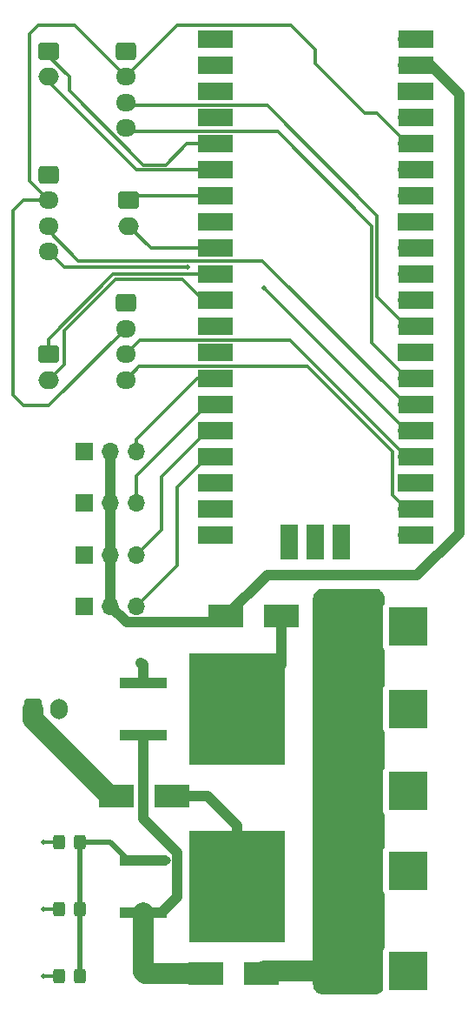
<source format=gbr>
%TF.GenerationSoftware,KiCad,Pcbnew,(6.0.0)*%
%TF.CreationDate,2022-01-01T23:53:49+00:00*%
%TF.ProjectId,main_distro,6d61696e-5f64-4697-9374-726f2e6b6963,rev?*%
%TF.SameCoordinates,Original*%
%TF.FileFunction,Copper,L1,Top*%
%TF.FilePolarity,Positive*%
%FSLAX46Y46*%
G04 Gerber Fmt 4.6, Leading zero omitted, Abs format (unit mm)*
G04 Created by KiCad (PCBNEW (6.0.0)) date 2022-01-01 23:53:49*
%MOMM*%
%LPD*%
G01*
G04 APERTURE LIST*
G04 Aperture macros list*
%AMRoundRect*
0 Rectangle with rounded corners*
0 $1 Rounding radius*
0 $2 $3 $4 $5 $6 $7 $8 $9 X,Y pos of 4 corners*
0 Add a 4 corners polygon primitive as box body*
4,1,4,$2,$3,$4,$5,$6,$7,$8,$9,$2,$3,0*
0 Add four circle primitives for the rounded corners*
1,1,$1+$1,$2,$3*
1,1,$1+$1,$4,$5*
1,1,$1+$1,$6,$7*
1,1,$1+$1,$8,$9*
0 Add four rect primitives between the rounded corners*
20,1,$1+$1,$2,$3,$4,$5,0*
20,1,$1+$1,$4,$5,$6,$7,0*
20,1,$1+$1,$6,$7,$8,$9,0*
20,1,$1+$1,$8,$9,$2,$3,0*%
G04 Aperture macros list end*
%TA.AperFunction,ComponentPad*%
%ADD10RoundRect,0.250000X-0.600000X-0.750000X0.600000X-0.750000X0.600000X0.750000X-0.600000X0.750000X0*%
%TD*%
%TA.AperFunction,ComponentPad*%
%ADD11O,1.700000X2.000000*%
%TD*%
%TA.AperFunction,ComponentPad*%
%ADD12R,1.700000X1.700000*%
%TD*%
%TA.AperFunction,ComponentPad*%
%ADD13O,1.700000X1.700000*%
%TD*%
%TA.AperFunction,ComponentPad*%
%ADD14R,3.800000X3.800000*%
%TD*%
%TA.AperFunction,ComponentPad*%
%ADD15C,3.800000*%
%TD*%
%TA.AperFunction,SMDPad,CuDef*%
%ADD16R,3.500000X1.700000*%
%TD*%
%TA.AperFunction,SMDPad,CuDef*%
%ADD17R,1.700000X3.500000*%
%TD*%
%TA.AperFunction,SMDPad,CuDef*%
%ADD18RoundRect,0.250000X0.325000X0.450000X-0.325000X0.450000X-0.325000X-0.450000X0.325000X-0.450000X0*%
%TD*%
%TA.AperFunction,ComponentPad*%
%ADD19O,2.000000X1.700000*%
%TD*%
%TA.AperFunction,ComponentPad*%
%ADD20RoundRect,0.250000X-0.750000X0.600000X-0.750000X-0.600000X0.750000X-0.600000X0.750000X0.600000X0*%
%TD*%
%TA.AperFunction,ComponentPad*%
%ADD21RoundRect,0.250000X-0.725000X0.600000X-0.725000X-0.600000X0.725000X-0.600000X0.725000X0.600000X0*%
%TD*%
%TA.AperFunction,ComponentPad*%
%ADD22O,1.950000X1.700000*%
%TD*%
%TA.AperFunction,SMDPad,CuDef*%
%ADD23R,4.600000X1.100000*%
%TD*%
%TA.AperFunction,SMDPad,CuDef*%
%ADD24R,9.400000X10.800000*%
%TD*%
%TA.AperFunction,ComponentPad*%
%ADD25C,4.000000*%
%TD*%
%TA.AperFunction,SMDPad,CuDef*%
%ADD26R,3.500000X2.300000*%
%TD*%
%TA.AperFunction,ViaPad*%
%ADD27C,0.800000*%
%TD*%
%TA.AperFunction,ViaPad*%
%ADD28C,0.500000*%
%TD*%
%TA.AperFunction,ViaPad*%
%ADD29C,1.000000*%
%TD*%
%TA.AperFunction,Conductor*%
%ADD30C,0.300000*%
%TD*%
%TA.AperFunction,Conductor*%
%ADD31C,2.000000*%
%TD*%
%TA.AperFunction,Conductor*%
%ADD32C,0.500000*%
%TD*%
%TA.AperFunction,Conductor*%
%ADD33C,1.000000*%
%TD*%
G04 APERTURE END LIST*
D10*
%TO.P,J12,1,Pin_1*%
%TO.N,GND*%
X74500000Y-127000000D03*
D11*
%TO.P,J12,2,Pin_2*%
%TO.N,+5VD*%
X77000000Y-127000000D03*
%TD*%
D12*
%TO.P,J16,1,Pin_1*%
%TO.N,GND*%
X79500000Y-117000000D03*
D13*
%TO.P,J16,2,Pin_2*%
%TO.N,+5V*%
X82040000Y-117000000D03*
%TO.P,J16,3,Pin_3*%
%TO.N,SERVO4*%
X84580000Y-117000000D03*
%TD*%
D12*
%TO.P,J15,1,Pin_1*%
%TO.N,GND*%
X79500000Y-107000000D03*
D13*
%TO.P,J15,2,Pin_2*%
%TO.N,+5V*%
X82040000Y-107000000D03*
%TO.P,J15,3,Pin_3*%
%TO.N,SERVO2*%
X84580000Y-107000000D03*
%TD*%
D12*
%TO.P,J14,1,Pin_1*%
%TO.N,GND*%
X79500000Y-112000000D03*
D13*
%TO.P,J14,2,Pin_2*%
%TO.N,+5V*%
X82040000Y-112000000D03*
%TO.P,J14,3,Pin_3*%
%TO.N,SERVO3*%
X84580000Y-112000000D03*
%TD*%
D12*
%TO.P,J13,1,Pin_1*%
%TO.N,GND*%
X79500000Y-102000000D03*
D13*
%TO.P,J13,2,Pin_2*%
%TO.N,+5V*%
X82040000Y-102000000D03*
%TO.P,J13,3,Pin_3*%
%TO.N,SERVO1*%
X84580000Y-102000000D03*
%TD*%
D14*
%TO.P,J7,1,Pin_1*%
%TO.N,GND*%
X111000000Y-152500000D03*
D15*
%TO.P,J7,2,Pin_2*%
%TO.N,+BATT*%
X106000000Y-152500000D03*
%TD*%
D13*
%TO.P,U1,1,GPIO0*%
%TO.N,LEDA*%
X93110000Y-61870000D03*
D16*
X92210000Y-61870000D03*
D13*
%TO.P,U1,2,GPIO1*%
%TO.N,LEDB*%
X93110000Y-64410000D03*
D16*
X92210000Y-64410000D03*
%TO.P,U1,3,GND*%
%TO.N,GND*%
X92210000Y-66950000D03*
D12*
X93110000Y-66950000D03*
D13*
%TO.P,U1,4,GPIO2*%
%TO.N,LEDC*%
X93110000Y-69490000D03*
D16*
X92210000Y-69490000D03*
D13*
%TO.P,U1,5,GPIO3*%
%TO.N,MOTOR1_PWM*%
X93110000Y-72030000D03*
D16*
X92210000Y-72030000D03*
%TO.P,U1,6,GPIO4*%
%TO.N,MOTOR1_DIR*%
X92210000Y-74570000D03*
D13*
X93110000Y-74570000D03*
D16*
%TO.P,U1,7,GPIO5*%
%TO.N,MOTOR2_PWM*%
X92210000Y-77110000D03*
D13*
X93110000Y-77110000D03*
D16*
%TO.P,U1,8,GND*%
%TO.N,GND*%
X92210000Y-79650000D03*
D12*
X93110000Y-79650000D03*
D13*
%TO.P,U1,9,GPIO6*%
%TO.N,MOTOR2_DIR*%
X93110000Y-82190000D03*
D16*
X92210000Y-82190000D03*
%TO.P,U1,10,GPIO7*%
%TO.N,MOTOR3_PWM*%
X92210000Y-84730000D03*
D13*
X93110000Y-84730000D03*
D16*
%TO.P,U1,11,GPIO8*%
%TO.N,MOTOR3_DIR*%
X92210000Y-87270000D03*
D13*
X93110000Y-87270000D03*
D16*
%TO.P,U1,12,GPIO9*%
%TO.N,unconnected-(U1-Pad12)*%
X92210000Y-89810000D03*
D13*
X93110000Y-89810000D03*
D16*
%TO.P,U1,13,GND*%
%TO.N,GND*%
X92210000Y-92350000D03*
D12*
X93110000Y-92350000D03*
D16*
%TO.P,U1,14,GPIO10*%
%TO.N,SERVO1*%
X92210000Y-94890000D03*
D13*
X93110000Y-94890000D03*
D16*
%TO.P,U1,15,GPIO11*%
%TO.N,SERVO2*%
X92210000Y-97430000D03*
D13*
X93110000Y-97430000D03*
%TO.P,U1,16,GPIO12*%
%TO.N,SERVO3*%
X93110000Y-99970000D03*
D16*
X92210000Y-99970000D03*
%TO.P,U1,17,GPIO13*%
%TO.N,SERVO4*%
X92210000Y-102510000D03*
D13*
X93110000Y-102510000D03*
D12*
%TO.P,U1,18,GND*%
%TO.N,GND*%
X93110000Y-105050000D03*
D16*
X92210000Y-105050000D03*
%TO.P,U1,19,GPIO14*%
%TO.N,unconnected-(U1-Pad19)*%
X92210000Y-107590000D03*
D13*
X93110000Y-107590000D03*
%TO.P,U1,20,GPIO15*%
%TO.N,unconnected-(U1-Pad20)*%
X93110000Y-110130000D03*
D16*
X92210000Y-110130000D03*
%TO.P,U1,21,GPIO16*%
%TO.N,unconnected-(U1-Pad21)*%
X111790000Y-110130000D03*
D13*
X110890000Y-110130000D03*
D16*
%TO.P,U1,22,GPIO17*%
%TO.N,ENC3_B*%
X111790000Y-107590000D03*
D13*
X110890000Y-107590000D03*
D12*
%TO.P,U1,23,GND*%
%TO.N,GND*%
X110890000Y-105050000D03*
D16*
X111790000Y-105050000D03*
%TO.P,U1,24,GPIO18*%
%TO.N,ENC3_A*%
X111790000Y-102510000D03*
D13*
X110890000Y-102510000D03*
D16*
%TO.P,U1,25,GPIO19*%
%TO.N,ENC2_B*%
X111790000Y-99970000D03*
D13*
X110890000Y-99970000D03*
D16*
%TO.P,U1,26,GPIO20*%
%TO.N,ENC2_A*%
X111790000Y-97430000D03*
D13*
X110890000Y-97430000D03*
D16*
%TO.P,U1,27,GPIO21*%
%TO.N,ENC1_B*%
X111790000Y-94890000D03*
D13*
X110890000Y-94890000D03*
D16*
%TO.P,U1,28,GND*%
%TO.N,GND*%
X111790000Y-92350000D03*
D12*
X110890000Y-92350000D03*
D16*
%TO.P,U1,29,GPIO22*%
%TO.N,ENC1_A*%
X111790000Y-89810000D03*
D13*
X110890000Y-89810000D03*
%TO.P,U1,30,RUN*%
%TO.N,unconnected-(U1-Pad30)*%
X110890000Y-87270000D03*
D16*
X111790000Y-87270000D03*
%TO.P,U1,31,GPIO26_ADC0*%
%TO.N,unconnected-(U1-Pad31)*%
X111790000Y-84730000D03*
D13*
X110890000Y-84730000D03*
D16*
%TO.P,U1,32,GPIO27_ADC1*%
%TO.N,unconnected-(U1-Pad32)*%
X111790000Y-82190000D03*
D13*
X110890000Y-82190000D03*
D12*
%TO.P,U1,33,AGND*%
%TO.N,unconnected-(U1-Pad33)*%
X110890000Y-79650000D03*
D16*
X111790000Y-79650000D03*
%TO.P,U1,34,GPIO28_ADC2*%
%TO.N,unconnected-(U1-Pad34)*%
X111790000Y-77110000D03*
D13*
X110890000Y-77110000D03*
%TO.P,U1,35,ADC_VREF*%
%TO.N,unconnected-(U1-Pad35)*%
X110890000Y-74570000D03*
D16*
X111790000Y-74570000D03*
%TO.P,U1,36,3V3*%
%TO.N,+3V3*%
X111790000Y-72030000D03*
D13*
X110890000Y-72030000D03*
%TO.P,U1,37,3V3_EN*%
%TO.N,unconnected-(U1-Pad37)*%
X110890000Y-69490000D03*
D16*
X111790000Y-69490000D03*
D12*
%TO.P,U1,38,GND*%
%TO.N,GND*%
X110890000Y-66950000D03*
D16*
X111790000Y-66950000D03*
D13*
%TO.P,U1,39,VSYS*%
%TO.N,+5V*%
X110890000Y-64410000D03*
D16*
X111790000Y-64410000D03*
D13*
%TO.P,U1,40,VBUS*%
%TO.N,unconnected-(U1-Pad40)*%
X110890000Y-61870000D03*
D16*
X111790000Y-61870000D03*
D13*
%TO.P,U1,41,SWCLK*%
%TO.N,unconnected-(U1-Pad41)*%
X99460000Y-109900000D03*
D17*
X99460000Y-110800000D03*
D12*
%TO.P,U1,42,GND*%
%TO.N,GND*%
X102000000Y-109900000D03*
D17*
X102000000Y-110800000D03*
%TO.P,U1,43,SWDIO*%
%TO.N,unconnected-(U1-Pad43)*%
X104540000Y-110800000D03*
D13*
X104540000Y-109900000D03*
%TD*%
D18*
%TO.P,D1,1,K*%
%TO.N,GND*%
X79025000Y-153000000D03*
%TO.P,D1,2,A*%
%TO.N,LEDA*%
X76975000Y-153000000D03*
%TD*%
%TO.P,D2,2,A*%
%TO.N,LEDB*%
X76975000Y-146500000D03*
%TO.P,D2,1,K*%
%TO.N,GND*%
X79025000Y-146500000D03*
%TD*%
%TO.P,D3,1,K*%
%TO.N,GND*%
X79025000Y-140000000D03*
%TO.P,D3,2,A*%
%TO.N,LEDC*%
X76975000Y-140000000D03*
%TD*%
D19*
%TO.P,J1,2,Pin_2*%
%TO.N,MOTOR1_DIR*%
X76000000Y-65500000D03*
D20*
%TO.P,J1,1,Pin_1*%
%TO.N,MOTOR1_PWM*%
X76000000Y-63000000D03*
%TD*%
%TO.P,J2,1,Pin_1*%
%TO.N,MOTOR2_PWM*%
X83750000Y-77500000D03*
D19*
%TO.P,J2,2,Pin_2*%
%TO.N,MOTOR2_DIR*%
X83750000Y-80000000D03*
%TD*%
%TO.P,J3,2,Pin_2*%
%TO.N,MOTOR3_DIR*%
X76000000Y-95000000D03*
D20*
%TO.P,J3,1,Pin_1*%
%TO.N,MOTOR3_PWM*%
X76000000Y-92500000D03*
%TD*%
D21*
%TO.P,J4,1,Pin_1*%
%TO.N,GND*%
X83500000Y-63000000D03*
D22*
%TO.P,J4,2,Pin_2*%
%TO.N,+3V3*%
X83500000Y-65500000D03*
%TO.P,J4,3,Pin_3*%
%TO.N,ENC1_A*%
X83500000Y-68000000D03*
%TO.P,J4,4,Pin_4*%
%TO.N,ENC1_B*%
X83500000Y-70500000D03*
%TD*%
D21*
%TO.P,J5,1,Pin_1*%
%TO.N,GND*%
X76000000Y-75000000D03*
D22*
%TO.P,J5,2,Pin_2*%
%TO.N,+3V3*%
X76000000Y-77500000D03*
%TO.P,J5,3,Pin_3*%
%TO.N,ENC2_A*%
X76000000Y-80000000D03*
%TO.P,J5,4,Pin_4*%
%TO.N,ENC2_B*%
X76000000Y-82500000D03*
%TD*%
D21*
%TO.P,J6,1,Pin_1*%
%TO.N,GND*%
X83500000Y-87500000D03*
D22*
%TO.P,J6,2,Pin_2*%
%TO.N,+3V3*%
X83500000Y-90000000D03*
%TO.P,J6,3,Pin_3*%
%TO.N,ENC3_A*%
X83500000Y-92500000D03*
%TO.P,J6,4,Pin_4*%
%TO.N,ENC3_B*%
X83500000Y-95000000D03*
%TD*%
D23*
%TO.P,U3,1,GND*%
%TO.N,GND*%
X85225000Y-124460000D03*
D24*
%TO.P,U3,2,VO*%
%TO.N,Net-(D6-Pad2)*%
X94375000Y-127000000D03*
D23*
%TO.P,U3,3,VI*%
%TO.N,Net-(D4-Pad1)*%
X85225000Y-129540000D03*
%TD*%
D14*
%TO.P,J9,1,Pin_1*%
%TO.N,GND*%
X111000000Y-119000000D03*
D25*
%TO.P,J9,2,Pin_2*%
%TO.N,+BATT*%
X106000000Y-119000000D03*
%TD*%
D14*
%TO.P,J11,1,Pin_1*%
%TO.N,GND*%
X111000000Y-127000000D03*
D25*
%TO.P,J11,2,Pin_2*%
%TO.N,+BATT*%
X106000000Y-127000000D03*
%TD*%
D14*
%TO.P,J8,1,Pin_1*%
%TO.N,GND*%
X111000000Y-135000000D03*
D25*
%TO.P,J8,2,Pin_2*%
%TO.N,+BATT*%
X106000000Y-135000000D03*
%TD*%
D26*
%TO.P,D6,1,K*%
%TO.N,+5V*%
X93300000Y-118000000D03*
%TO.P,D6,2,A*%
%TO.N,Net-(D6-Pad2)*%
X98700000Y-118000000D03*
%TD*%
D14*
%TO.P,J10,1,Pin_1*%
%TO.N,GND*%
X111000000Y-142750000D03*
D25*
%TO.P,J10,2,Pin_2*%
%TO.N,+BATT*%
X106000000Y-142750000D03*
%TD*%
D23*
%TO.P,U2,1,GND*%
%TO.N,GND*%
X85225000Y-141735000D03*
D24*
%TO.P,U2,2,VO*%
%TO.N,Net-(D5-Pad2)*%
X94375000Y-144275000D03*
D23*
%TO.P,U2,3,VI*%
%TO.N,Net-(D4-Pad1)*%
X85225000Y-146815000D03*
%TD*%
D26*
%TO.P,D5,1,K*%
%TO.N,+5VD*%
X82600000Y-135500000D03*
%TO.P,D5,2,A*%
%TO.N,Net-(D5-Pad2)*%
X88000000Y-135500000D03*
%TD*%
%TO.P,D4,2,A*%
%TO.N,+BATT*%
X96750000Y-152750000D03*
%TO.P,D4,1,K*%
%TO.N,Net-(D4-Pad1)*%
X91350000Y-152750000D03*
%TD*%
D27*
%TO.N,GND*%
X87500000Y-141750000D03*
X86500000Y-141750000D03*
X85500000Y-141750000D03*
X84500000Y-141750000D03*
X83500000Y-141750000D03*
%TO.N,Net-(D6-Pad2)*%
X90400000Y-129800000D03*
X90400000Y-124400000D03*
X98400000Y-128000000D03*
X98400000Y-126200000D03*
X98400000Y-131600000D03*
X97000000Y-122400000D03*
X98400000Y-129800000D03*
X90400000Y-126200000D03*
X95600000Y-131600000D03*
X97000000Y-124400000D03*
X98400000Y-122400000D03*
X98400000Y-124400000D03*
X97000000Y-131600000D03*
X97000000Y-129800000D03*
X95600000Y-124400000D03*
X95600000Y-122400000D03*
X95600000Y-129800000D03*
X93800000Y-131600000D03*
X95600000Y-128000000D03*
X93800000Y-124400000D03*
X97000000Y-128000000D03*
X93800000Y-128000000D03*
X95600000Y-126200000D03*
X97000000Y-126200000D03*
X93800000Y-122400000D03*
X92200000Y-128000000D03*
X93800000Y-126200000D03*
X92200000Y-122400000D03*
X92200000Y-131600000D03*
X92200000Y-124400000D03*
X92200000Y-129800000D03*
X92200000Y-126200000D03*
X93800000Y-129800000D03*
X90400000Y-128000000D03*
X90400000Y-131600000D03*
X90400000Y-122400000D03*
%TO.N,Net-(D5-Pad2)*%
X98400000Y-139800000D03*
X98400000Y-141800000D03*
X98400000Y-149000000D03*
X98400000Y-147200000D03*
X98400000Y-145400000D03*
X98400000Y-143600000D03*
X97000000Y-149000000D03*
X97000000Y-141800000D03*
X97000000Y-139800000D03*
X97000000Y-147200000D03*
X97000000Y-145400000D03*
X97000000Y-143600000D03*
X95600000Y-149000000D03*
X95600000Y-141800000D03*
X95600000Y-145400000D03*
X95600000Y-139800000D03*
X95600000Y-143600000D03*
X95600000Y-147200000D03*
X93800000Y-145400000D03*
X93800000Y-139800000D03*
X93800000Y-149000000D03*
X93800000Y-141800000D03*
X93800000Y-147200000D03*
X93800000Y-143600000D03*
X92200000Y-147200000D03*
X92200000Y-141800000D03*
X92200000Y-143600000D03*
X92200000Y-145400000D03*
X92200000Y-149000000D03*
X92200000Y-139800000D03*
X90400000Y-141800000D03*
X90400000Y-143600000D03*
X90400000Y-145400000D03*
X90400000Y-147200000D03*
X90400000Y-149000000D03*
X90400000Y-139800000D03*
D28*
%TO.N,LEDB*%
X75500000Y-146500000D03*
%TO.N,LEDA*%
X75500000Y-153000000D03*
%TO.N,ENC2_B*%
X89500000Y-84000000D03*
X97000000Y-86080000D03*
%TO.N,LEDC*%
X75500000Y-140000000D03*
D29*
%TO.N,GND*%
X85000000Y-122500000D03*
%TD*%
D30*
%TO.N,MOTOR3_PWM*%
X82270000Y-84730000D02*
X93110000Y-84730000D01*
X76000000Y-91000000D02*
X82270000Y-84730000D01*
X76000000Y-92500000D02*
X76000000Y-91000000D01*
%TO.N,MOTOR3_DIR*%
X77500000Y-90206428D02*
X82476908Y-85229520D01*
X89000000Y-85229520D02*
X91040480Y-87270000D01*
X76000000Y-95000000D02*
X77500000Y-93500000D01*
X77500000Y-93500000D02*
X77500000Y-90206428D01*
X82476908Y-85229520D02*
X89000000Y-85229520D01*
X91040480Y-87270000D02*
X93110000Y-87270000D01*
%TO.N,MOTOR1_PWM*%
X89470000Y-72030000D02*
X93110000Y-72030000D01*
X85249103Y-74070480D02*
X87429520Y-74070480D01*
X78000000Y-66821377D02*
X85249103Y-74070480D01*
X76000000Y-63500000D02*
X78000000Y-65500000D01*
%TO.N,MOTOR1_DIR*%
X84570000Y-74570000D02*
X93110000Y-74570000D01*
%TO.N,MOTOR1_PWM*%
X76000000Y-63000000D02*
X76000000Y-63500000D01*
%TO.N,MOTOR1_DIR*%
X76000000Y-66000000D02*
X84570000Y-74570000D01*
%TO.N,MOTOR1_PWM*%
X78000000Y-65500000D02*
X78000000Y-66821377D01*
X87429520Y-74070480D02*
X89470000Y-72030000D01*
%TO.N,MOTOR1_DIR*%
X76000000Y-65500000D02*
X76000000Y-66000000D01*
D31*
%TO.N,+BATT*%
X97000000Y-152500000D02*
X96750000Y-152750000D01*
X106000000Y-152500000D02*
X97000000Y-152500000D01*
D32*
%TO.N,GND*%
X82000000Y-140000000D02*
X83400000Y-141400000D01*
X79025000Y-140000000D02*
X82000000Y-140000000D01*
D31*
%TO.N,+5VD*%
X74500000Y-128000000D02*
X74500000Y-127000000D01*
X82000000Y-135500000D02*
X74500000Y-128000000D01*
X82600000Y-135500000D02*
X82000000Y-135500000D01*
%TO.N,Net-(D4-Pad1)*%
X85225000Y-152625000D02*
X85225000Y-146815000D01*
X91350000Y-152750000D02*
X85350000Y-152750000D01*
X85350000Y-152750000D02*
X85225000Y-152625000D01*
D30*
%TO.N,ENC2_B*%
X77500000Y-84000000D02*
X89500000Y-84000000D01*
X76000000Y-82500000D02*
X77500000Y-84000000D01*
%TO.N,ENC2_A*%
X96849511Y-83389511D02*
X110890000Y-97430000D01*
X78889511Y-83389511D02*
X96849511Y-83389511D01*
X76000000Y-80500000D02*
X78889511Y-83389511D01*
X76000000Y-80000000D02*
X76000000Y-80500000D01*
%TO.N,+3V3*%
X78500000Y-60500000D02*
X83500000Y-65500000D01*
X75000000Y-60500000D02*
X78500000Y-60500000D01*
X74150480Y-61349520D02*
X75000000Y-60500000D01*
X74150480Y-75650480D02*
X74150480Y-61349520D01*
X76000000Y-77500000D02*
X74150480Y-75650480D01*
X73500000Y-77500000D02*
X76000000Y-77500000D01*
X72500000Y-78500000D02*
X73500000Y-77500000D01*
X83500000Y-90000000D02*
X76000000Y-97500000D01*
X73500000Y-97500000D02*
X72500000Y-96500000D01*
X72500000Y-96500000D02*
X72500000Y-78500000D01*
X76000000Y-97500000D02*
X73500000Y-97500000D01*
%TO.N,MOTOR2_DIR*%
X83750000Y-80000000D02*
X85940000Y-82190000D01*
%TO.N,MOTOR2_PWM*%
X84140000Y-77110000D02*
X93110000Y-77110000D01*
X83750000Y-77500000D02*
X84140000Y-77110000D01*
%TO.N,MOTOR2_DIR*%
X85940000Y-82190000D02*
X93110000Y-82190000D01*
%TO.N,LEDB*%
X75500000Y-146500000D02*
X76975000Y-146500000D01*
%TO.N,LEDA*%
X75500000Y-153000000D02*
X76975000Y-153000000D01*
D32*
%TO.N,GND*%
X79025000Y-146500000D02*
X79025000Y-153000000D01*
X79025000Y-140000000D02*
X79025000Y-146500000D01*
D30*
%TO.N,LEDC*%
X75500000Y-140000000D02*
X76975000Y-140000000D01*
%TO.N,+3V3*%
X102000000Y-62887199D02*
X99612801Y-60500000D01*
X99612801Y-60500000D02*
X88500000Y-60500000D01*
X88500000Y-60500000D02*
X83500000Y-65500000D01*
X102000000Y-64230669D02*
X102000000Y-62887199D01*
X106769331Y-69000000D02*
X102000000Y-64230669D01*
X108000000Y-69000000D02*
X106769331Y-69000000D01*
X110890000Y-71890000D02*
X108000000Y-69000000D01*
X110890000Y-72030000D02*
X110890000Y-71890000D01*
%TO.N,ENC3_B*%
X109500000Y-102000000D02*
X109500000Y-106200000D01*
X109500000Y-106200000D02*
X110890000Y-107590000D01*
X101190489Y-93690489D02*
X109500000Y-102000000D01*
X84809511Y-93690489D02*
X101190489Y-93690489D01*
X83500000Y-95000000D02*
X84809511Y-93690489D01*
%TO.N,ENC3_A*%
X84849511Y-91150489D02*
X99530489Y-91150489D01*
X99530489Y-91150489D02*
X110890000Y-102510000D01*
X83500000Y-92500000D02*
X84849511Y-91150489D01*
%TO.N,ENC2_B*%
X97000000Y-86080000D02*
X110890000Y-99970000D01*
%TO.N,ENC1_B*%
X110890000Y-94749022D02*
X110890000Y-94890000D01*
X107500000Y-80000000D02*
X107500000Y-91359022D01*
X107500000Y-91359022D02*
X110890000Y-94749022D01*
X98330489Y-70830489D02*
X107500000Y-80000000D01*
X83830489Y-70830489D02*
X98330489Y-70830489D01*
X83500000Y-70500000D02*
X83830489Y-70830489D01*
%TO.N,ENC1_A*%
X108000000Y-79000000D02*
X108000000Y-86920000D01*
X97290489Y-68290489D02*
X108000000Y-79000000D01*
X83790489Y-68290489D02*
X97290489Y-68290489D01*
X108000000Y-86920000D02*
X110890000Y-89810000D01*
X83500000Y-68000000D02*
X83790489Y-68290489D01*
D33*
%TO.N,+5V*%
X113249022Y-64410000D02*
X110890000Y-64410000D01*
X116000000Y-67160978D02*
X113249022Y-64410000D01*
X116000000Y-109919022D02*
X116000000Y-67160978D01*
X97300000Y-114000000D02*
X111919022Y-114000000D01*
X111919022Y-114000000D02*
X116000000Y-109919022D01*
X93300000Y-118000000D02*
X97300000Y-114000000D01*
X83589511Y-118549511D02*
X82040000Y-117000000D01*
X92750489Y-118549511D02*
X83589511Y-118549511D01*
X93300000Y-118000000D02*
X92750489Y-118549511D01*
D30*
%TO.N,SERVO4*%
X88500000Y-105460978D02*
X91450978Y-102510000D01*
X88500000Y-113080000D02*
X88500000Y-105460978D01*
X91450978Y-102510000D02*
X93110000Y-102510000D01*
X84580000Y-117000000D02*
X88500000Y-113080000D01*
%TO.N,SERVO3*%
X91450978Y-99970000D02*
X93110000Y-99970000D01*
X87000000Y-104420978D02*
X91450978Y-99970000D01*
X87000000Y-109580000D02*
X87000000Y-104420978D01*
X84580000Y-112000000D02*
X87000000Y-109580000D01*
%TO.N,SERVO2*%
X84580000Y-104300978D02*
X91450978Y-97430000D01*
X84580000Y-107000000D02*
X84580000Y-104300978D01*
X91450978Y-97430000D02*
X93110000Y-97430000D01*
%TO.N,SERVO1*%
X90487919Y-94890000D02*
X93110000Y-94890000D01*
X84580000Y-102000000D02*
X84580000Y-100797919D01*
X84580000Y-100797919D02*
X90487919Y-94890000D01*
D33*
%TO.N,Net-(D4-Pad1)*%
X88500000Y-141000000D02*
X85225000Y-137725000D01*
X88500000Y-145290000D02*
X88500000Y-141000000D01*
X86975000Y-146815000D02*
X88500000Y-145290000D01*
X85225000Y-137725000D02*
X85225000Y-129540000D01*
X85225000Y-146815000D02*
X86975000Y-146815000D01*
%TO.N,Net-(D5-Pad2)*%
X91500000Y-135500000D02*
X88000000Y-135500000D01*
X94375000Y-138375000D02*
X91500000Y-135500000D01*
X94375000Y-144275000D02*
X94375000Y-138375000D01*
%TO.N,GND*%
X85225000Y-122725000D02*
X85000000Y-122500000D01*
X85225000Y-124460000D02*
X85225000Y-122725000D01*
%TO.N,Net-(D6-Pad2)*%
X98700000Y-122675000D02*
X94375000Y-127000000D01*
X98700000Y-118000000D02*
X98700000Y-122675000D01*
%TO.N,+5V*%
X82000000Y-112000000D02*
X82000000Y-117000000D01*
X82000000Y-107000000D02*
X82000000Y-112000000D01*
X82000000Y-102000000D02*
X82000000Y-107000000D01*
%TD*%
%TA.AperFunction,Conductor*%
%TO.N,+BATT*%
G36*
X107756163Y-115300607D02*
G01*
X107932740Y-115317999D01*
X107956957Y-115322815D01*
X108120809Y-115372518D01*
X108143629Y-115381971D01*
X108294631Y-115462683D01*
X108315158Y-115476399D01*
X108447521Y-115585026D01*
X108464974Y-115602479D01*
X108573601Y-115734842D01*
X108587319Y-115755372D01*
X108668029Y-115906371D01*
X108677482Y-115929190D01*
X108727185Y-116093043D01*
X108732002Y-116117263D01*
X108749393Y-116293837D01*
X108750000Y-116306187D01*
X108750000Y-116677069D01*
X108729998Y-116745190D01*
X108724826Y-116752634D01*
X108649385Y-116853295D01*
X108598255Y-116989684D01*
X108591500Y-117051866D01*
X108591500Y-120948134D01*
X108598255Y-121010316D01*
X108649385Y-121146705D01*
X108654770Y-121153890D01*
X108654771Y-121153892D01*
X108724826Y-121247366D01*
X108749674Y-121313873D01*
X108750000Y-121322931D01*
X108750000Y-124677069D01*
X108729998Y-124745190D01*
X108724826Y-124752634D01*
X108649385Y-124853295D01*
X108598255Y-124989684D01*
X108591500Y-125051866D01*
X108591500Y-128948134D01*
X108598255Y-129010316D01*
X108649385Y-129146705D01*
X108654770Y-129153890D01*
X108654771Y-129153892D01*
X108724826Y-129247366D01*
X108749674Y-129313873D01*
X108750000Y-129322931D01*
X108750000Y-132677069D01*
X108729998Y-132745190D01*
X108724826Y-132752634D01*
X108649385Y-132853295D01*
X108598255Y-132989684D01*
X108591500Y-133051866D01*
X108591500Y-136948134D01*
X108598255Y-137010316D01*
X108649385Y-137146705D01*
X108654770Y-137153890D01*
X108654771Y-137153892D01*
X108724826Y-137247366D01*
X108749674Y-137313873D01*
X108750000Y-137322931D01*
X108750000Y-140427069D01*
X108729998Y-140495190D01*
X108724826Y-140502634D01*
X108649385Y-140603295D01*
X108598255Y-140739684D01*
X108591500Y-140801866D01*
X108591500Y-144698134D01*
X108598255Y-144760316D01*
X108649385Y-144896705D01*
X108654770Y-144903890D01*
X108654771Y-144903892D01*
X108724826Y-144997366D01*
X108749674Y-145063873D01*
X108750000Y-145072931D01*
X108750000Y-150177069D01*
X108729998Y-150245190D01*
X108724826Y-150252634D01*
X108649385Y-150353295D01*
X108598255Y-150489684D01*
X108591500Y-150551866D01*
X108591500Y-154298266D01*
X108571498Y-154366387D01*
X108562899Y-154378199D01*
X108464980Y-154497514D01*
X108447521Y-154514974D01*
X108315158Y-154623601D01*
X108294631Y-154637317D01*
X108202417Y-154686607D01*
X108143629Y-154718029D01*
X108120810Y-154727482D01*
X107956957Y-154777185D01*
X107932740Y-154782001D01*
X107756163Y-154799393D01*
X107743813Y-154800000D01*
X102756187Y-154800000D01*
X102743837Y-154799393D01*
X102567260Y-154782001D01*
X102543043Y-154777185D01*
X102379190Y-154727482D01*
X102356371Y-154718029D01*
X102297583Y-154686607D01*
X102205369Y-154637317D01*
X102184842Y-154623601D01*
X102052479Y-154514974D01*
X102035026Y-154497521D01*
X101926399Y-154365158D01*
X101912681Y-154344628D01*
X101831971Y-154193629D01*
X101822518Y-154170809D01*
X101772815Y-154006957D01*
X101767998Y-153982737D01*
X101750607Y-153806163D01*
X101750000Y-153793813D01*
X101750000Y-116306187D01*
X101750607Y-116293837D01*
X101767998Y-116117263D01*
X101772815Y-116093043D01*
X101822518Y-115929190D01*
X101831971Y-115906371D01*
X101912681Y-115755372D01*
X101926399Y-115734842D01*
X102035026Y-115602479D01*
X102052479Y-115585026D01*
X102184842Y-115476399D01*
X102205369Y-115462683D01*
X102356371Y-115381971D01*
X102379191Y-115372518D01*
X102543043Y-115322815D01*
X102567260Y-115317999D01*
X102743837Y-115300607D01*
X102756187Y-115300000D01*
X107743813Y-115300000D01*
X107756163Y-115300607D01*
G37*
%TD.AperFunction*%
%TD*%
M02*

</source>
